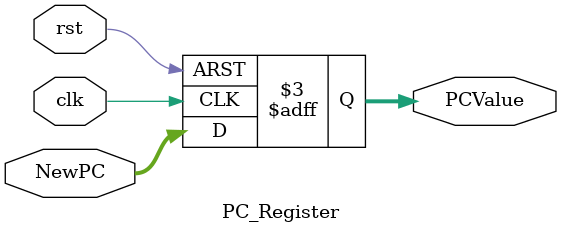
<source format=sv>
/******************************************************************
* Description
*	This is a register of 32-bit that corresponds to the PC counter.
*	This register does not have an enable signal.
*
******************************************************************/

module PC_Register
#(
	parameter N=32
)
(
	input clk,
	input rst,
	input  [N-1:0] NewPC,


	output reg [N-1:0] PCValue
);

always@(negedge rst or posedge clk) begin
	if(rst==0)
		PCValue <= 0;
	else
		PCValue<=NewPC;
end

endmodule

</source>
